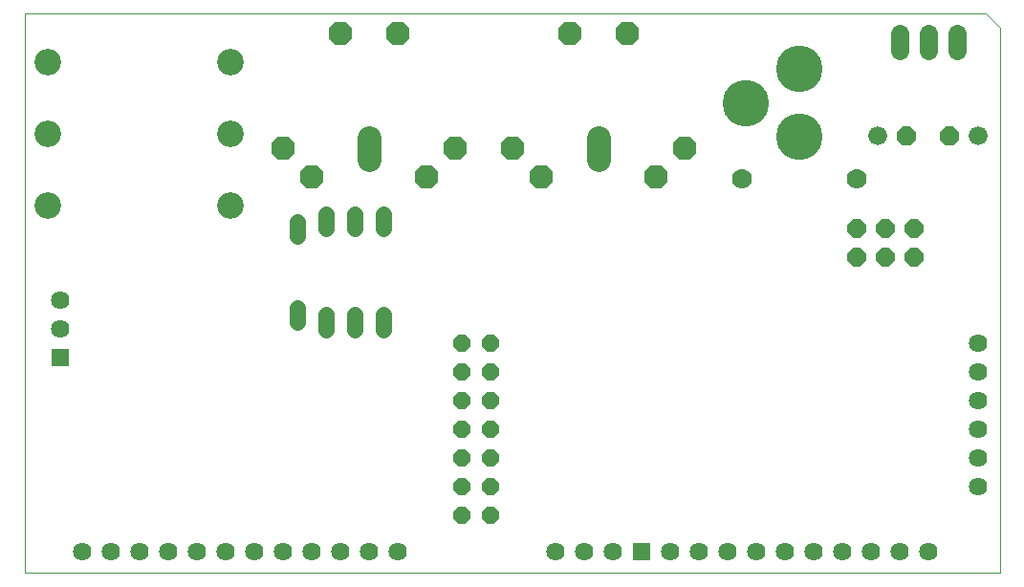
<source format=gbs>
G75*
G70*
%OFA0B0*%
%FSLAX24Y24*%
%IPPOS*%
%LPD*%
%AMOC8*
5,1,8,0,0,1.08239X$1,22.5*
%
%ADD10C,0.0000*%
%ADD11C,0.0640*%
%ADD12C,0.1620*%
%ADD13C,0.0640*%
%ADD14C,0.0700*%
%ADD15OC8,0.0660*%
%ADD16C,0.0660*%
%ADD17C,0.0926*%
%ADD18R,0.0640X0.0640*%
%ADD19C,0.0560*%
%ADD20C,0.0820*%
%ADD21OC8,0.0820*%
%ADD22OC8,0.0640*%
%ADD23OC8,0.0600*%
D10*
X000182Y000188D02*
X000182Y019688D01*
X033682Y019688D01*
X034182Y019188D01*
X034182Y000188D01*
X000182Y000188D01*
D11*
X002182Y000938D03*
X003182Y000938D03*
X004182Y000938D03*
X005182Y000938D03*
X006182Y000938D03*
X007182Y000938D03*
X008182Y000938D03*
X009182Y000938D03*
X010182Y000938D03*
X011182Y000938D03*
X012182Y000938D03*
X013182Y000938D03*
X018682Y000938D03*
X019682Y000938D03*
X020682Y000938D03*
X022682Y000938D03*
X023682Y000938D03*
X024682Y000938D03*
X025682Y000938D03*
X026682Y000938D03*
X027682Y000938D03*
X028682Y000938D03*
X029682Y000938D03*
X030682Y000938D03*
X031682Y000938D03*
X033432Y003188D03*
X033432Y004188D03*
X033432Y005188D03*
X033432Y006188D03*
X033432Y007188D03*
X033432Y008188D03*
X001432Y008688D03*
X001432Y009688D03*
D12*
X025332Y016575D03*
X027182Y015394D03*
X027182Y017756D03*
D13*
X030682Y018388D02*
X030682Y018988D01*
X031682Y018988D02*
X031682Y018388D01*
X032682Y018388D02*
X032682Y018988D01*
D14*
X029182Y013938D03*
X025182Y013938D03*
D15*
X030932Y015438D03*
X032432Y015438D03*
D16*
X033432Y015438D03*
X029932Y015438D03*
D17*
X007371Y015488D03*
X007371Y017988D03*
X000993Y017988D03*
X000993Y015488D03*
X000993Y012988D03*
X007371Y012988D03*
D18*
X001432Y007688D03*
X021682Y000938D03*
D19*
X012682Y008668D02*
X012682Y009188D01*
X011682Y009188D02*
X011682Y008668D01*
X010682Y008668D02*
X010682Y009188D01*
X009682Y008928D02*
X009682Y009448D01*
X009682Y011928D02*
X009682Y012448D01*
X010682Y012188D02*
X010682Y012708D01*
X011682Y012708D02*
X011682Y012188D01*
X012682Y012188D02*
X012682Y012708D01*
D20*
X012182Y014598D02*
X012182Y015378D01*
X020182Y015378D02*
X020182Y014598D01*
D21*
X018182Y013988D03*
X017182Y014988D03*
X015182Y014988D03*
X014182Y013988D03*
X010182Y013988D03*
X009182Y014988D03*
X011182Y018988D03*
X013182Y018988D03*
X019182Y018988D03*
X021182Y018988D03*
X023182Y014988D03*
X022182Y013988D03*
D22*
X029182Y012188D03*
X030182Y012188D03*
X031182Y012188D03*
X031182Y011188D03*
X030182Y011188D03*
X029182Y011188D03*
D23*
X016432Y008188D03*
X015432Y008188D03*
X015432Y007188D03*
X016432Y007188D03*
X016432Y006188D03*
X015432Y006188D03*
X015432Y005188D03*
X016432Y005188D03*
X016432Y004188D03*
X015432Y004188D03*
X015432Y003188D03*
X016432Y003188D03*
X016432Y002188D03*
X015432Y002188D03*
M02*

</source>
